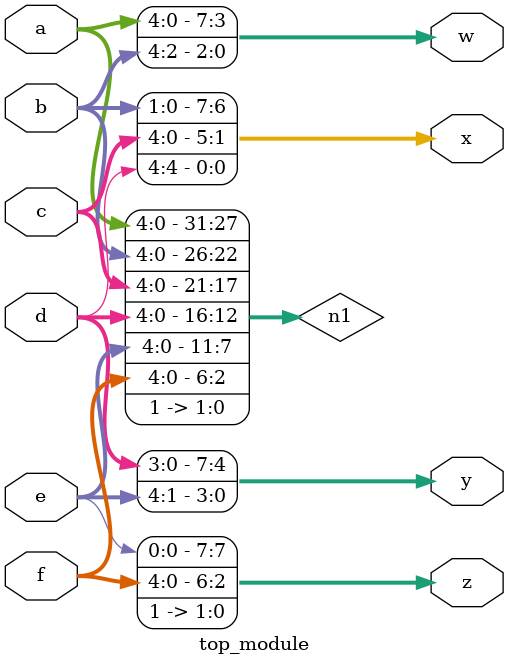
<source format=v>
module top_module (
    input [4:0] a, b, c, d, e, f,
    output [7:0] w, x, y, z );//
    wire [31:0] n1;
    // assign { ... } = { ... };
    assign n1 = {a, b, c, d, e, f, 1'b1, 1'b1};
    assign w = n1[31:24];
    assign x  = n1[23:16];
    assign y = n1[15:8];
    assign z = n1[7:0];

endmodule
</source>
